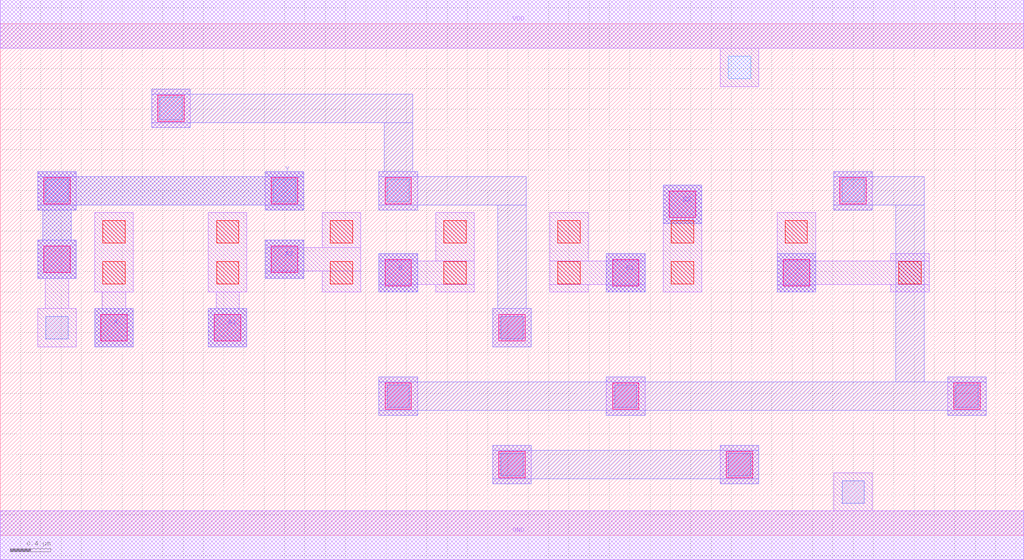
<source format=lef>
MACRO AOAI331
 CLASS CORE ;
 FOREIGN AOAI331 0 0 ;
 SIZE 10.08 BY 5.04 ;
 ORIGIN 0 0 ;
 SYMMETRY X Y R90 ;
 SITE unit ;
  PIN VDD
   DIRECTION INOUT ;
   USE POWER ;
   SHAPE ABUTMENT ;
    PORT
     CLASS CORE ;
       LAYER met1 ;
        RECT 0.00000000 4.80000000 10.08000000 5.28000000 ;
    END
  END VDD

  PIN GND
   DIRECTION INOUT ;
   USE POWER ;
   SHAPE ABUTMENT ;
    PORT
     CLASS CORE ;
       LAYER met1 ;
        RECT 0.00000000 -0.24000000 10.08000000 0.24000000 ;
    END
  END GND

  PIN Y
   DIRECTION INOUT ;
   USE SIGNAL ;
   SHAPE ABUTMENT ;
    PORT
     CLASS CORE ;
       LAYER met2 ;
        RECT 0.37000000 2.53200000 0.75000000 2.91200000 ;
        RECT 0.42000000 2.91200000 0.70000000 3.20700000 ;
        RECT 0.37000000 3.20700000 0.75000000 3.25700000 ;
        RECT 2.61000000 3.20700000 2.99000000 3.25700000 ;
        RECT 0.37000000 3.25700000 2.99000000 3.53700000 ;
        RECT 0.37000000 3.53700000 0.75000000 3.58700000 ;
        RECT 2.61000000 3.53700000 2.99000000 3.58700000 ;
    END
  END Y

  PIN B1
   DIRECTION INOUT ;
   USE SIGNAL ;
   SHAPE ABUTMENT ;
    PORT
     CLASS CORE ;
       LAYER met2 ;
        RECT 5.97000000 2.39700000 6.35000000 2.77700000 ;
    END
  END B1

  PIN A1
   DIRECTION INOUT ;
   USE SIGNAL ;
   SHAPE ABUTMENT ;
    PORT
     CLASS CORE ;
       LAYER met2 ;
        RECT 2.05000000 1.85700000 2.43000000 2.23700000 ;
    END
  END A1

  PIN A
   DIRECTION INOUT ;
   USE SIGNAL ;
   SHAPE ABUTMENT ;
    PORT
     CLASS CORE ;
       LAYER met2 ;
        RECT 0.93000000 1.85700000 1.31000000 2.23700000 ;
    END
  END A

  PIN B2
   DIRECTION INOUT ;
   USE SIGNAL ;
   SHAPE ABUTMENT ;
    PORT
     CLASS CORE ;
       LAYER met2 ;
        RECT 6.53000000 3.07200000 6.91000000 3.45200000 ;
    END
  END B2

  PIN B
   DIRECTION INOUT ;
   USE SIGNAL ;
   SHAPE ABUTMENT ;
    PORT
     CLASS CORE ;
       LAYER met2 ;
        RECT 3.73000000 2.39700000 4.11000000 2.77700000 ;
    END
  END B

  PIN C
   DIRECTION INOUT ;
   USE SIGNAL ;
   SHAPE ABUTMENT ;
    PORT
     CLASS CORE ;
       LAYER met2 ;
        RECT 7.65000000 2.39700000 8.03000000 2.77700000 ;
    END
  END C

  PIN A2
   DIRECTION INOUT ;
   USE SIGNAL ;
   SHAPE ABUTMENT ;
    PORT
     CLASS CORE ;
       LAYER met2 ;
        RECT 2.61000000 2.53200000 2.99000000 2.91200000 ;
    END
  END A2

 OBS
    LAYER polycont ;
     RECT 1.01000000 2.47700000 1.23000000 2.69700000 ;
     RECT 2.13000000 2.47700000 2.35000000 2.69700000 ;
     RECT 3.25000000 2.47700000 3.47000000 2.69700000 ;
     RECT 4.37000000 2.47700000 4.59000000 2.69700000 ;
     RECT 5.49000000 2.47700000 5.71000000 2.69700000 ;
     RECT 6.61000000 2.47700000 6.83000000 2.69700000 ;
     RECT 8.85000000 2.47700000 9.07000000 2.69700000 ;
     RECT 1.01000000 2.88200000 1.23000000 3.10200000 ;
     RECT 2.13000000 2.88200000 2.35000000 3.10200000 ;
     RECT 3.25000000 2.88200000 3.47000000 3.10200000 ;
     RECT 4.37000000 2.88200000 4.59000000 3.10200000 ;
     RECT 5.49000000 2.88200000 5.71000000 3.10200000 ;
     RECT 6.61000000 2.88200000 6.83000000 3.10200000 ;
     RECT 7.73000000 2.88200000 7.95000000 3.10200000 ;

    LAYER pdiffc ;
     RECT 0.45000000 3.28700000 0.67000000 3.50700000 ;
     RECT 2.69000000 3.28700000 2.91000000 3.50700000 ;
     RECT 3.81000000 3.28700000 4.03000000 3.50700000 ;
     RECT 8.29000000 3.28700000 8.51000000 3.50700000 ;
     RECT 1.57000000 4.09700000 1.79000000 4.31700000 ;
     RECT 7.17000000 4.50200000 7.39000000 4.72200000 ;

    LAYER ndiffc ;
     RECT 8.29000000 0.31700000 8.51000000 0.53700000 ;
     RECT 4.93000000 0.58700000 5.15000000 0.80700000 ;
     RECT 7.17000000 0.58700000 7.39000000 0.80700000 ;
     RECT 3.81000000 1.26200000 4.03000000 1.48200000 ;
     RECT 6.05000000 1.26200000 6.27000000 1.48200000 ;
     RECT 9.41000000 1.26200000 9.63000000 1.48200000 ;
     RECT 0.45000000 1.93700000 0.67000000 2.15700000 ;
     RECT 4.93000000 1.93700000 5.15000000 2.15700000 ;

    LAYER met1 ;
     RECT 0.00000000 -0.24000000 10.08000000 0.24000000 ;
     RECT 8.21000000 0.24000000 8.59000000 0.61700000 ;
     RECT 4.85000000 0.50700000 5.23000000 0.88700000 ;
     RECT 7.09000000 0.50700000 7.47000000 0.88700000 ;
     RECT 3.73000000 1.18200000 4.11000000 1.56200000 ;
     RECT 5.97000000 1.18200000 6.35000000 1.56200000 ;
     RECT 9.33000000 1.18200000 9.71000000 1.56200000 ;
     RECT 4.85000000 1.85700000 5.23000000 2.23700000 ;
     RECT 0.37000000 1.85700000 0.75000000 2.23700000 ;
     RECT 0.44500000 2.23700000 0.67500000 2.53200000 ;
     RECT 0.37000000 2.53200000 0.75000000 2.91200000 ;
     RECT 0.93000000 1.85700000 1.31000000 2.23700000 ;
     RECT 1.00500000 2.23700000 1.23500000 2.39700000 ;
     RECT 0.93000000 2.39700000 1.31000000 3.18200000 ;
     RECT 2.05000000 1.85700000 2.43000000 2.23700000 ;
     RECT 2.12500000 2.23700000 2.35500000 2.39700000 ;
     RECT 2.05000000 2.39700000 2.43000000 3.18200000 ;
     RECT 2.61000000 2.53200000 2.99000000 2.60700000 ;
     RECT 3.17000000 2.39700000 3.55000000 2.60700000 ;
     RECT 2.61000000 2.60700000 3.55000000 2.83700000 ;
     RECT 2.61000000 2.83700000 2.99000000 2.91200000 ;
     RECT 3.17000000 2.83700000 3.55000000 3.18200000 ;
     RECT 3.73000000 2.39700000 4.11000000 2.47200000 ;
     RECT 4.29000000 2.39700000 4.67000000 2.47200000 ;
     RECT 3.73000000 2.47200000 4.67000000 2.70200000 ;
     RECT 3.73000000 2.70200000 4.11000000 2.77700000 ;
     RECT 4.29000000 2.70200000 4.67000000 3.18200000 ;
     RECT 5.41000000 2.39700000 5.79000000 2.47200000 ;
     RECT 5.97000000 2.39700000 6.35000000 2.47200000 ;
     RECT 5.41000000 2.47200000 6.35000000 2.70200000 ;
     RECT 5.97000000 2.70200000 6.35000000 2.77700000 ;
     RECT 5.41000000 2.70200000 5.79000000 3.18200000 ;
     RECT 7.65000000 2.39700000 8.03000000 2.47200000 ;
     RECT 8.77000000 2.39700000 9.15000000 2.47200000 ;
     RECT 7.65000000 2.47200000 9.15000000 2.70200000 ;
     RECT 8.77000000 2.70200000 9.15000000 2.77700000 ;
     RECT 7.65000000 2.70200000 8.03000000 3.18200000 ;
     RECT 6.53000000 2.39700000 6.91000000 3.45200000 ;
     RECT 0.37000000 3.20700000 0.75000000 3.58700000 ;
     RECT 2.61000000 3.20700000 2.99000000 3.58700000 ;
     RECT 3.73000000 3.20700000 4.11000000 3.58700000 ;
     RECT 8.21000000 3.20700000 8.59000000 3.58700000 ;
     RECT 1.49000000 4.01700000 1.87000000 4.39700000 ;
     RECT 7.09000000 4.42200000 7.47000000 4.80000000 ;
     RECT 0.00000000 4.80000000 10.08000000 5.28000000 ;

    LAYER via1 ;
     RECT 4.91000000 0.56700000 5.17000000 0.82700000 ;
     RECT 7.15000000 0.56700000 7.41000000 0.82700000 ;
     RECT 3.79000000 1.24200000 4.05000000 1.50200000 ;
     RECT 6.03000000 1.24200000 6.29000000 1.50200000 ;
     RECT 9.39000000 1.24200000 9.65000000 1.50200000 ;
     RECT 0.99000000 1.91700000 1.25000000 2.17700000 ;
     RECT 2.11000000 1.91700000 2.37000000 2.17700000 ;
     RECT 4.91000000 1.91700000 5.17000000 2.17700000 ;
     RECT 3.79000000 2.45700000 4.05000000 2.71700000 ;
     RECT 6.03000000 2.45700000 6.29000000 2.71700000 ;
     RECT 7.71000000 2.45700000 7.97000000 2.71700000 ;
     RECT 0.43000000 2.59200000 0.69000000 2.85200000 ;
     RECT 2.67000000 2.59200000 2.93000000 2.85200000 ;
     RECT 6.59000000 3.13200000 6.85000000 3.39200000 ;
     RECT 0.43000000 3.26700000 0.69000000 3.52700000 ;
     RECT 2.67000000 3.26700000 2.93000000 3.52700000 ;
     RECT 3.79000000 3.26700000 4.05000000 3.52700000 ;
     RECT 8.27000000 3.26700000 8.53000000 3.52700000 ;
     RECT 1.55000000 4.07700000 1.81000000 4.33700000 ;

    LAYER met2 ;
     RECT 4.85000000 0.50700000 5.23000000 0.55700000 ;
     RECT 7.09000000 0.50700000 7.47000000 0.55700000 ;
     RECT 4.85000000 0.55700000 7.47000000 0.83700000 ;
     RECT 4.85000000 0.83700000 5.23000000 0.88700000 ;
     RECT 7.09000000 0.83700000 7.47000000 0.88700000 ;
     RECT 0.93000000 1.85700000 1.31000000 2.23700000 ;
     RECT 2.05000000 1.85700000 2.43000000 2.23700000 ;
     RECT 3.73000000 2.39700000 4.11000000 2.77700000 ;
     RECT 5.97000000 2.39700000 6.35000000 2.77700000 ;
     RECT 7.65000000 2.39700000 8.03000000 2.77700000 ;
     RECT 2.61000000 2.53200000 2.99000000 2.91200000 ;
     RECT 6.53000000 3.07200000 6.91000000 3.45200000 ;
     RECT 0.37000000 2.53200000 0.75000000 2.91200000 ;
     RECT 0.42000000 2.91200000 0.70000000 3.20700000 ;
     RECT 0.37000000 3.20700000 0.75000000 3.25700000 ;
     RECT 2.61000000 3.20700000 2.99000000 3.25700000 ;
     RECT 0.37000000 3.25700000 2.99000000 3.53700000 ;
     RECT 0.37000000 3.53700000 0.75000000 3.58700000 ;
     RECT 2.61000000 3.53700000 2.99000000 3.58700000 ;
     RECT 3.73000000 1.18200000 4.11000000 1.23200000 ;
     RECT 5.97000000 1.18200000 6.35000000 1.23200000 ;
     RECT 9.33000000 1.18200000 9.71000000 1.23200000 ;
     RECT 3.73000000 1.23200000 9.71000000 1.51200000 ;
     RECT 3.73000000 1.51200000 4.11000000 1.56200000 ;
     RECT 5.97000000 1.51200000 6.35000000 1.56200000 ;
     RECT 9.33000000 1.51200000 9.71000000 1.56200000 ;
     RECT 8.21000000 3.20700000 8.59000000 3.25700000 ;
     RECT 8.82000000 1.51200000 9.10000000 3.25700000 ;
     RECT 8.21000000 3.25700000 9.10000000 3.53700000 ;
     RECT 8.21000000 3.53700000 8.59000000 3.58700000 ;
     RECT 4.85000000 1.85700000 5.23000000 2.23700000 ;
     RECT 3.73000000 3.20700000 4.11000000 3.25700000 ;
     RECT 4.90000000 2.23700000 5.18000000 3.25700000 ;
     RECT 3.73000000 3.25700000 5.18000000 3.53700000 ;
     RECT 3.73000000 3.53700000 4.11000000 3.58700000 ;
     RECT 1.49000000 4.01700000 1.87000000 4.06700000 ;
     RECT 3.78000000 3.58700000 4.06000000 4.06700000 ;
     RECT 1.49000000 4.06700000 4.06000000 4.34700000 ;
     RECT 1.49000000 4.34700000 1.87000000 4.39700000 ;

 END
END AOAI331

</source>
